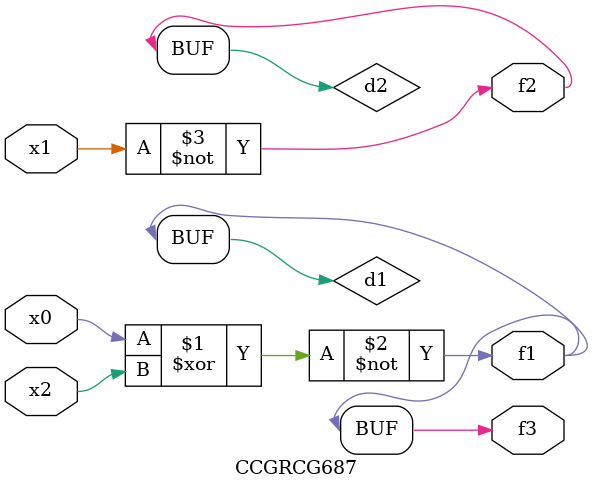
<source format=v>
module CCGRCG687(
	input x0, x1, x2,
	output f1, f2, f3
);

	wire d1, d2, d3;

	xnor (d1, x0, x2);
	nand (d2, x1);
	nor (d3, x1, x2);
	assign f1 = d1;
	assign f2 = d2;
	assign f3 = d1;
endmodule

</source>
